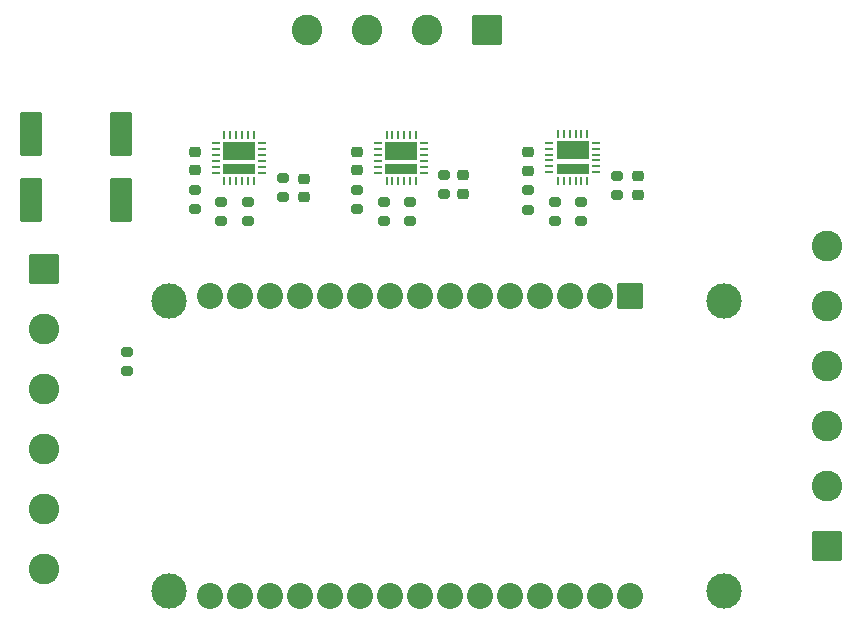
<source format=gbr>
%TF.GenerationSoftware,KiCad,Pcbnew,9.0.6*%
%TF.CreationDate,2025-12-30T05:11:15+05:30*%
%TF.ProjectId,UPS_Switch,5550535f-5377-4697-9463-682e6b696361,rev?*%
%TF.SameCoordinates,Original*%
%TF.FileFunction,Soldermask,Top*%
%TF.FilePolarity,Negative*%
%FSLAX46Y46*%
G04 Gerber Fmt 4.6, Leading zero omitted, Abs format (unit mm)*
G04 Created by KiCad (PCBNEW 9.0.6) date 2025-12-30 05:11:15*
%MOMM*%
%LPD*%
G01*
G04 APERTURE LIST*
G04 Aperture macros list*
%AMRoundRect*
0 Rectangle with rounded corners*
0 $1 Rounding radius*
0 $2 $3 $4 $5 $6 $7 $8 $9 X,Y pos of 4 corners*
0 Add a 4 corners polygon primitive as box body*
4,1,4,$2,$3,$4,$5,$6,$7,$8,$9,$2,$3,0*
0 Add four circle primitives for the rounded corners*
1,1,$1+$1,$2,$3*
1,1,$1+$1,$4,$5*
1,1,$1+$1,$6,$7*
1,1,$1+$1,$8,$9*
0 Add four rect primitives between the rounded corners*
20,1,$1+$1,$2,$3,$4,$5,0*
20,1,$1+$1,$4,$5,$6,$7,0*
20,1,$1+$1,$6,$7,$8,$9,0*
20,1,$1+$1,$8,$9,$2,$3,0*%
G04 Aperture macros list end*
%ADD10RoundRect,0.102000X-1.000000X1.000000X-1.000000X-1.000000X1.000000X-1.000000X1.000000X1.000000X0*%
%ADD11C,2.204000*%
%ADD12C,3.000000*%
%ADD13RoundRect,0.200000X-0.275000X0.200000X-0.275000X-0.200000X0.275000X-0.200000X0.275000X0.200000X0*%
%ADD14RoundRect,0.225000X-0.250000X0.225000X-0.250000X-0.225000X0.250000X-0.225000X0.250000X0.225000X0*%
%ADD15RoundRect,0.200000X0.275000X-0.200000X0.275000X0.200000X-0.275000X0.200000X-0.275000X-0.200000X0*%
%ADD16R,0.787400X0.228600*%
%ADD17R,0.228600X0.787400*%
%ADD18R,2.794000X1.549400*%
%ADD19R,2.794000X0.939800*%
%ADD20RoundRect,0.250000X1.050000X1.050000X-1.050000X1.050000X-1.050000X-1.050000X1.050000X-1.050000X0*%
%ADD21C,2.600000*%
%ADD22RoundRect,0.102000X0.800000X-1.750000X0.800000X1.750000X-0.800000X1.750000X-0.800000X-1.750000X0*%
%ADD23RoundRect,0.218750X-0.256250X0.218750X-0.256250X-0.218750X0.256250X-0.218750X0.256250X0.218750X0*%
%ADD24RoundRect,0.250000X1.050000X-1.050000X1.050000X1.050000X-1.050000X1.050000X-1.050000X-1.050000X0*%
%ADD25RoundRect,0.250000X-1.050000X1.050000X-1.050000X-1.050000X1.050000X-1.050000X1.050000X1.050000X0*%
G04 APERTURE END LIST*
D10*
%TO.C,U1*%
X90475000Y-45882500D03*
D11*
X87935000Y-45882500D03*
X85395000Y-45882500D03*
X82855000Y-45882500D03*
X80315000Y-45882500D03*
X77775000Y-45882500D03*
X75235000Y-45882500D03*
X72695000Y-45882500D03*
X70155000Y-45882500D03*
X67615000Y-45882500D03*
X65075000Y-45882500D03*
X62535000Y-45882500D03*
X59995000Y-45882500D03*
X57455000Y-45882500D03*
X54915000Y-45882500D03*
X90475000Y-71282500D03*
X87935000Y-71282500D03*
X85395000Y-71282500D03*
X82855000Y-71282500D03*
X80315000Y-71282500D03*
X77775000Y-71282500D03*
X75235000Y-71282500D03*
X72695000Y-71282500D03*
X70155000Y-71282500D03*
X67615000Y-71282500D03*
X65075000Y-71282500D03*
X62535000Y-71282500D03*
X59995000Y-71282500D03*
X57455000Y-71282500D03*
X54915000Y-71282500D03*
D12*
X51485000Y-46302500D03*
X51485000Y-70812500D03*
X98435000Y-70812500D03*
X98435000Y-46302500D03*
%TD*%
D13*
%TO.C,R2*%
X55900000Y-37872500D03*
X55900000Y-39522500D03*
%TD*%
D14*
%TO.C,C3*%
X67400000Y-33672500D03*
X67400000Y-35222500D03*
%TD*%
D13*
%TO.C,R13*%
X47960000Y-50585000D03*
X47960000Y-52235000D03*
%TD*%
D15*
%TO.C,R9*%
X89400000Y-37337500D03*
X89400000Y-35687500D03*
%TD*%
%TO.C,R6*%
X67400000Y-38522500D03*
X67400000Y-36872500D03*
%TD*%
D16*
%TO.C,U3*%
X69194200Y-32947500D03*
X69194200Y-33447499D03*
X69194200Y-33947500D03*
X69194200Y-34447500D03*
X69194200Y-34947501D03*
X69194200Y-35447500D03*
D17*
X69900000Y-36153300D03*
X70399999Y-36153300D03*
X70900000Y-36153300D03*
X71400000Y-36153300D03*
X71900001Y-36153300D03*
X72400000Y-36153300D03*
D16*
X73105800Y-35447500D03*
X73105800Y-34947501D03*
X73105800Y-34447500D03*
X73105800Y-33947500D03*
X73105800Y-33447499D03*
X73105800Y-32947500D03*
D17*
X72400000Y-32241700D03*
X71900001Y-32241700D03*
X71400000Y-32241700D03*
X70900000Y-32241700D03*
X70399999Y-32241700D03*
X69900000Y-32241700D03*
D18*
X71150000Y-33572500D03*
D19*
X71150000Y-35147500D03*
%TD*%
D13*
%TO.C,R3*%
X58150000Y-37872500D03*
X58150000Y-39522500D03*
%TD*%
D20*
%TO.C,J1*%
X78415000Y-23357500D03*
D21*
X73335000Y-23357500D03*
X68255000Y-23357500D03*
X63175000Y-23357500D03*
%TD*%
D13*
%TO.C,R7*%
X69650000Y-37872500D03*
X69650000Y-39522500D03*
%TD*%
D14*
%TO.C,C4*%
X81900000Y-33710000D03*
X81900000Y-35260000D03*
%TD*%
D15*
%TO.C,R10*%
X81900000Y-38560000D03*
X81900000Y-36910000D03*
%TD*%
D13*
%TO.C,R11*%
X84150000Y-37910000D03*
X84150000Y-39560000D03*
%TD*%
D22*
%TO.C,C2*%
X47385000Y-32157500D03*
X47385000Y-37757500D03*
%TD*%
D15*
%TO.C,R1*%
X53650000Y-38522500D03*
X53650000Y-36872500D03*
%TD*%
D23*
%TO.C,D3*%
X91150000Y-35725000D03*
X91150000Y-37300000D03*
%TD*%
D15*
%TO.C,R5*%
X74725000Y-37272500D03*
X74725000Y-35622500D03*
%TD*%
D22*
%TO.C,C5*%
X39815000Y-32157500D03*
X39815000Y-37757500D03*
%TD*%
D24*
%TO.C,J4*%
X107160000Y-67010000D03*
D21*
X107160000Y-61930000D03*
X107160000Y-56850000D03*
X107160000Y-51770000D03*
X107160000Y-46690000D03*
X107160000Y-41610000D03*
%TD*%
D23*
%TO.C,D2*%
X76400000Y-35660000D03*
X76400000Y-37235000D03*
%TD*%
D16*
%TO.C,U2*%
X55444200Y-32947500D03*
X55444200Y-33447499D03*
X55444200Y-33947500D03*
X55444200Y-34447500D03*
X55444200Y-34947501D03*
X55444200Y-35447500D03*
D17*
X56150000Y-36153300D03*
X56649999Y-36153300D03*
X57150000Y-36153300D03*
X57650000Y-36153300D03*
X58150001Y-36153300D03*
X58650000Y-36153300D03*
D16*
X59355800Y-35447500D03*
X59355800Y-34947501D03*
X59355800Y-34447500D03*
X59355800Y-33947500D03*
X59355800Y-33447499D03*
X59355800Y-32947500D03*
D17*
X58650000Y-32241700D03*
X58150001Y-32241700D03*
X57650000Y-32241700D03*
X57150000Y-32241700D03*
X56649999Y-32241700D03*
X56150000Y-32241700D03*
D18*
X57400000Y-33572500D03*
D19*
X57400000Y-35147500D03*
%TD*%
D13*
%TO.C,R12*%
X86400000Y-37910000D03*
X86400000Y-39560000D03*
%TD*%
D14*
%TO.C,C1*%
X53650000Y-33672500D03*
X53650000Y-35222500D03*
%TD*%
D25*
%TO.C,J3*%
X40940000Y-43560000D03*
D21*
X40940000Y-48640000D03*
X40940000Y-53720000D03*
X40940000Y-58800000D03*
X40940000Y-63880000D03*
X40940000Y-68960000D03*
%TD*%
D16*
%TO.C,U4*%
X83694200Y-32897500D03*
X83694200Y-33397499D03*
X83694200Y-33897500D03*
X83694200Y-34397500D03*
X83694200Y-34897501D03*
X83694200Y-35397500D03*
D17*
X84400000Y-36103300D03*
X84899999Y-36103300D03*
X85400000Y-36103300D03*
X85900000Y-36103300D03*
X86400001Y-36103300D03*
X86900000Y-36103300D03*
D16*
X87605800Y-35397500D03*
X87605800Y-34897501D03*
X87605800Y-34397500D03*
X87605800Y-33897500D03*
X87605800Y-33397499D03*
X87605800Y-32897500D03*
D17*
X86900000Y-32191700D03*
X86400001Y-32191700D03*
X85900000Y-32191700D03*
X85400000Y-32191700D03*
X84899999Y-32191700D03*
X84400000Y-32191700D03*
D18*
X85650000Y-33522500D03*
D19*
X85650000Y-35097500D03*
%TD*%
D15*
%TO.C,R4*%
X61150000Y-37522500D03*
X61150000Y-35872500D03*
%TD*%
D23*
%TO.C,D1*%
X62890000Y-35925000D03*
X62890000Y-37500000D03*
%TD*%
D13*
%TO.C,R8*%
X71900000Y-37872500D03*
X71900000Y-39522500D03*
%TD*%
M02*

</source>
